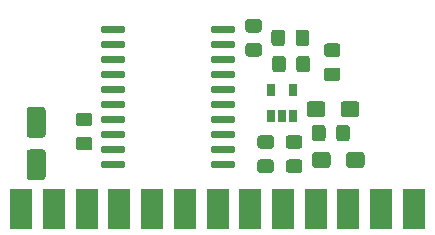
<source format=gbr>
%TF.GenerationSoftware,KiCad,Pcbnew,(5.1.6)-1*%
%TF.CreationDate,2020-07-31T08:50:18+01:00*%
%TF.ProjectId,open-amiga-sampler-smd,6f70656e-2d61-46d6-9967-612d73616d70,rev?*%
%TF.SameCoordinates,Original*%
%TF.FileFunction,Paste,Top*%
%TF.FilePolarity,Positive*%
%FSLAX46Y46*%
G04 Gerber Fmt 4.6, Leading zero omitted, Abs format (unit mm)*
G04 Created by KiCad (PCBNEW (5.1.6)-1) date 2020-07-31 08:50:18*
%MOMM*%
%LPD*%
G01*
G04 APERTURE LIST*
%ADD10R,1.846667X3.480000*%
%ADD11R,0.650000X1.060000*%
G04 APERTURE END LIST*
%TO.C,C4*%
G36*
G01*
X83481000Y-143010000D02*
X82381000Y-143010000D01*
G75*
G02*
X82131000Y-142760000I0J250000D01*
G01*
X82131000Y-140660000D01*
G75*
G02*
X82381000Y-140410000I250000J0D01*
G01*
X83481000Y-140410000D01*
G75*
G02*
X83731000Y-140660000I0J-250000D01*
G01*
X83731000Y-142760000D01*
G75*
G02*
X83481000Y-143010000I-250000J0D01*
G01*
G37*
G36*
G01*
X83481000Y-146610000D02*
X82381000Y-146610000D01*
G75*
G02*
X82131000Y-146360000I0J250000D01*
G01*
X82131000Y-144260000D01*
G75*
G02*
X82381000Y-144010000I250000J0D01*
G01*
X83481000Y-144010000D01*
G75*
G02*
X83731000Y-144260000I0J-250000D01*
G01*
X83731000Y-146360000D01*
G75*
G02*
X83481000Y-146610000I-250000J0D01*
G01*
G37*
%TD*%
%TO.C,C1*%
G36*
G01*
X108727000Y-141014001D02*
X108727000Y-140163999D01*
G75*
G02*
X108976999Y-139914000I249999J0D01*
G01*
X110052001Y-139914000D01*
G75*
G02*
X110302000Y-140163999I0J-249999D01*
G01*
X110302000Y-141014001D01*
G75*
G02*
X110052001Y-141264000I-249999J0D01*
G01*
X108976999Y-141264000D01*
G75*
G02*
X108727000Y-141014001I0J249999D01*
G01*
G37*
G36*
G01*
X105852000Y-141014001D02*
X105852000Y-140163999D01*
G75*
G02*
X106101999Y-139914000I249999J0D01*
G01*
X107177001Y-139914000D01*
G75*
G02*
X107427000Y-140163999I0J-249999D01*
G01*
X107427000Y-141014001D01*
G75*
G02*
X107177001Y-141264000I-249999J0D01*
G01*
X106101999Y-141264000D01*
G75*
G02*
X105852000Y-141014001I0J249999D01*
G01*
G37*
%TD*%
%TO.C,C2*%
G36*
G01*
X109171500Y-145332001D02*
X109171500Y-144481999D01*
G75*
G02*
X109421499Y-144232000I249999J0D01*
G01*
X110496501Y-144232000D01*
G75*
G02*
X110746500Y-144481999I0J-249999D01*
G01*
X110746500Y-145332001D01*
G75*
G02*
X110496501Y-145582000I-249999J0D01*
G01*
X109421499Y-145582000D01*
G75*
G02*
X109171500Y-145332001I0J249999D01*
G01*
G37*
G36*
G01*
X106296500Y-145332001D02*
X106296500Y-144481999D01*
G75*
G02*
X106546499Y-144232000I249999J0D01*
G01*
X107621501Y-144232000D01*
G75*
G02*
X107871500Y-144481999I0J-249999D01*
G01*
X107871500Y-145332001D01*
G75*
G02*
X107621501Y-145582000I-249999J0D01*
G01*
X106546499Y-145582000D01*
G75*
G02*
X106296500Y-145332001I0J249999D01*
G01*
G37*
%TD*%
%TO.C,C3*%
G36*
G01*
X100895999Y-135006500D02*
X101796001Y-135006500D01*
G75*
G02*
X102046000Y-135256499I0J-249999D01*
G01*
X102046000Y-135906501D01*
G75*
G02*
X101796001Y-136156500I-249999J0D01*
G01*
X100895999Y-136156500D01*
G75*
G02*
X100646000Y-135906501I0J249999D01*
G01*
X100646000Y-135256499D01*
G75*
G02*
X100895999Y-135006500I249999J0D01*
G01*
G37*
G36*
G01*
X100895999Y-132956500D02*
X101796001Y-132956500D01*
G75*
G02*
X102046000Y-133206499I0J-249999D01*
G01*
X102046000Y-133856501D01*
G75*
G02*
X101796001Y-134106500I-249999J0D01*
G01*
X100895999Y-134106500D01*
G75*
G02*
X100646000Y-133856501I0J249999D01*
G01*
X100646000Y-133206499D01*
G75*
G02*
X100895999Y-132956500I249999J0D01*
G01*
G37*
%TD*%
%TO.C,C5*%
G36*
G01*
X102921000Y-137229001D02*
X102921000Y-136328999D01*
G75*
G02*
X103170999Y-136079000I249999J0D01*
G01*
X103821001Y-136079000D01*
G75*
G02*
X104071000Y-136328999I0J-249999D01*
G01*
X104071000Y-137229001D01*
G75*
G02*
X103821001Y-137479000I-249999J0D01*
G01*
X103170999Y-137479000D01*
G75*
G02*
X102921000Y-137229001I0J249999D01*
G01*
G37*
G36*
G01*
X104971000Y-137229001D02*
X104971000Y-136328999D01*
G75*
G02*
X105220999Y-136079000I249999J0D01*
G01*
X105871001Y-136079000D01*
G75*
G02*
X106121000Y-136328999I0J-249999D01*
G01*
X106121000Y-137229001D01*
G75*
G02*
X105871001Y-137479000I-249999J0D01*
G01*
X105220999Y-137479000D01*
G75*
G02*
X104971000Y-137229001I0J249999D01*
G01*
G37*
%TD*%
D10*
%TO.C,J3*%
X81678000Y-149034500D03*
X84448000Y-149034500D03*
X87218000Y-149034500D03*
X89988000Y-149034500D03*
X92758000Y-149034500D03*
X95528000Y-149034500D03*
X98298000Y-149034500D03*
X101068000Y-149034500D03*
X103838000Y-149034500D03*
X106608000Y-149034500D03*
X109378000Y-149034500D03*
X112148000Y-149034500D03*
X114918000Y-149034500D03*
%TD*%
%TO.C,R1*%
G36*
G01*
X108450801Y-136176600D02*
X107550799Y-136176600D01*
G75*
G02*
X107300800Y-135926601I0J249999D01*
G01*
X107300800Y-135276599D01*
G75*
G02*
X107550799Y-135026600I249999J0D01*
G01*
X108450801Y-135026600D01*
G75*
G02*
X108700800Y-135276599I0J-249999D01*
G01*
X108700800Y-135926601D01*
G75*
G02*
X108450801Y-136176600I-249999J0D01*
G01*
G37*
G36*
G01*
X108450801Y-138226600D02*
X107550799Y-138226600D01*
G75*
G02*
X107300800Y-137976601I0J249999D01*
G01*
X107300800Y-137326599D01*
G75*
G02*
X107550799Y-137076600I249999J0D01*
G01*
X108450801Y-137076600D01*
G75*
G02*
X108700800Y-137326599I0J-249999D01*
G01*
X108700800Y-137976601D01*
G75*
G02*
X108450801Y-138226600I-249999J0D01*
G01*
G37*
%TD*%
%TO.C,R2*%
G36*
G01*
X106057500Y-134106499D02*
X106057500Y-135006501D01*
G75*
G02*
X105807501Y-135256500I-249999J0D01*
G01*
X105157499Y-135256500D01*
G75*
G02*
X104907500Y-135006501I0J249999D01*
G01*
X104907500Y-134106499D01*
G75*
G02*
X105157499Y-133856500I249999J0D01*
G01*
X105807501Y-133856500D01*
G75*
G02*
X106057500Y-134106499I0J-249999D01*
G01*
G37*
G36*
G01*
X104007500Y-134106499D02*
X104007500Y-135006501D01*
G75*
G02*
X103757501Y-135256500I-249999J0D01*
G01*
X103107499Y-135256500D01*
G75*
G02*
X102857500Y-135006501I0J249999D01*
G01*
X102857500Y-134106499D01*
G75*
G02*
X103107499Y-133856500I249999J0D01*
G01*
X103757501Y-133856500D01*
G75*
G02*
X104007500Y-134106499I0J-249999D01*
G01*
G37*
%TD*%
%TO.C,R3*%
G36*
G01*
X86544999Y-142944000D02*
X87445001Y-142944000D01*
G75*
G02*
X87695000Y-143193999I0J-249999D01*
G01*
X87695000Y-143844001D01*
G75*
G02*
X87445001Y-144094000I-249999J0D01*
G01*
X86544999Y-144094000D01*
G75*
G02*
X86295000Y-143844001I0J249999D01*
G01*
X86295000Y-143193999D01*
G75*
G02*
X86544999Y-142944000I249999J0D01*
G01*
G37*
G36*
G01*
X86544999Y-140894000D02*
X87445001Y-140894000D01*
G75*
G02*
X87695000Y-141143999I0J-249999D01*
G01*
X87695000Y-141794001D01*
G75*
G02*
X87445001Y-142044000I-249999J0D01*
G01*
X86544999Y-142044000D01*
G75*
G02*
X86295000Y-141794001I0J249999D01*
G01*
X86295000Y-141143999D01*
G75*
G02*
X86544999Y-140894000I249999J0D01*
G01*
G37*
%TD*%
%TO.C,R4*%
G36*
G01*
X106286500Y-143071001D02*
X106286500Y-142170999D01*
G75*
G02*
X106536499Y-141921000I249999J0D01*
G01*
X107186501Y-141921000D01*
G75*
G02*
X107436500Y-142170999I0J-249999D01*
G01*
X107436500Y-143071001D01*
G75*
G02*
X107186501Y-143321000I-249999J0D01*
G01*
X106536499Y-143321000D01*
G75*
G02*
X106286500Y-143071001I0J249999D01*
G01*
G37*
G36*
G01*
X108336500Y-143071001D02*
X108336500Y-142170999D01*
G75*
G02*
X108586499Y-141921000I249999J0D01*
G01*
X109236501Y-141921000D01*
G75*
G02*
X109486500Y-142170999I0J-249999D01*
G01*
X109486500Y-143071001D01*
G75*
G02*
X109236501Y-143321000I-249999J0D01*
G01*
X108586499Y-143321000D01*
G75*
G02*
X108336500Y-143071001I0J249999D01*
G01*
G37*
%TD*%
%TO.C,R5*%
G36*
G01*
X101911999Y-144849000D02*
X102812001Y-144849000D01*
G75*
G02*
X103062000Y-145098999I0J-249999D01*
G01*
X103062000Y-145749001D01*
G75*
G02*
X102812001Y-145999000I-249999J0D01*
G01*
X101911999Y-145999000D01*
G75*
G02*
X101662000Y-145749001I0J249999D01*
G01*
X101662000Y-145098999D01*
G75*
G02*
X101911999Y-144849000I249999J0D01*
G01*
G37*
G36*
G01*
X101911999Y-142799000D02*
X102812001Y-142799000D01*
G75*
G02*
X103062000Y-143048999I0J-249999D01*
G01*
X103062000Y-143699001D01*
G75*
G02*
X102812001Y-143949000I-249999J0D01*
G01*
X101911999Y-143949000D01*
G75*
G02*
X101662000Y-143699001I0J249999D01*
G01*
X101662000Y-143048999D01*
G75*
G02*
X101911999Y-142799000I249999J0D01*
G01*
G37*
%TD*%
%TO.C,R6*%
G36*
G01*
X105225001Y-145999000D02*
X104324999Y-145999000D01*
G75*
G02*
X104075000Y-145749001I0J249999D01*
G01*
X104075000Y-145098999D01*
G75*
G02*
X104324999Y-144849000I249999J0D01*
G01*
X105225001Y-144849000D01*
G75*
G02*
X105475000Y-145098999I0J-249999D01*
G01*
X105475000Y-145749001D01*
G75*
G02*
X105225001Y-145999000I-249999J0D01*
G01*
G37*
G36*
G01*
X105225001Y-143949000D02*
X104324999Y-143949000D01*
G75*
G02*
X104075000Y-143699001I0J249999D01*
G01*
X104075000Y-143048999D01*
G75*
G02*
X104324999Y-142799000I249999J0D01*
G01*
X105225001Y-142799000D01*
G75*
G02*
X105475000Y-143048999I0J-249999D01*
G01*
X105475000Y-143699001D01*
G75*
G02*
X105225001Y-143949000I-249999J0D01*
G01*
G37*
%TD*%
%TO.C,U1*%
G36*
G01*
X88432000Y-134008000D02*
X88432000Y-133708000D01*
G75*
G02*
X88582000Y-133558000I150000J0D01*
G01*
X90332000Y-133558000D01*
G75*
G02*
X90482000Y-133708000I0J-150000D01*
G01*
X90482000Y-134008000D01*
G75*
G02*
X90332000Y-134158000I-150000J0D01*
G01*
X88582000Y-134158000D01*
G75*
G02*
X88432000Y-134008000I0J150000D01*
G01*
G37*
G36*
G01*
X88432000Y-135278000D02*
X88432000Y-134978000D01*
G75*
G02*
X88582000Y-134828000I150000J0D01*
G01*
X90332000Y-134828000D01*
G75*
G02*
X90482000Y-134978000I0J-150000D01*
G01*
X90482000Y-135278000D01*
G75*
G02*
X90332000Y-135428000I-150000J0D01*
G01*
X88582000Y-135428000D01*
G75*
G02*
X88432000Y-135278000I0J150000D01*
G01*
G37*
G36*
G01*
X88432000Y-136548000D02*
X88432000Y-136248000D01*
G75*
G02*
X88582000Y-136098000I150000J0D01*
G01*
X90332000Y-136098000D01*
G75*
G02*
X90482000Y-136248000I0J-150000D01*
G01*
X90482000Y-136548000D01*
G75*
G02*
X90332000Y-136698000I-150000J0D01*
G01*
X88582000Y-136698000D01*
G75*
G02*
X88432000Y-136548000I0J150000D01*
G01*
G37*
G36*
G01*
X88432000Y-137818000D02*
X88432000Y-137518000D01*
G75*
G02*
X88582000Y-137368000I150000J0D01*
G01*
X90332000Y-137368000D01*
G75*
G02*
X90482000Y-137518000I0J-150000D01*
G01*
X90482000Y-137818000D01*
G75*
G02*
X90332000Y-137968000I-150000J0D01*
G01*
X88582000Y-137968000D01*
G75*
G02*
X88432000Y-137818000I0J150000D01*
G01*
G37*
G36*
G01*
X88432000Y-139088000D02*
X88432000Y-138788000D01*
G75*
G02*
X88582000Y-138638000I150000J0D01*
G01*
X90332000Y-138638000D01*
G75*
G02*
X90482000Y-138788000I0J-150000D01*
G01*
X90482000Y-139088000D01*
G75*
G02*
X90332000Y-139238000I-150000J0D01*
G01*
X88582000Y-139238000D01*
G75*
G02*
X88432000Y-139088000I0J150000D01*
G01*
G37*
G36*
G01*
X88432000Y-140358000D02*
X88432000Y-140058000D01*
G75*
G02*
X88582000Y-139908000I150000J0D01*
G01*
X90332000Y-139908000D01*
G75*
G02*
X90482000Y-140058000I0J-150000D01*
G01*
X90482000Y-140358000D01*
G75*
G02*
X90332000Y-140508000I-150000J0D01*
G01*
X88582000Y-140508000D01*
G75*
G02*
X88432000Y-140358000I0J150000D01*
G01*
G37*
G36*
G01*
X88432000Y-141628000D02*
X88432000Y-141328000D01*
G75*
G02*
X88582000Y-141178000I150000J0D01*
G01*
X90332000Y-141178000D01*
G75*
G02*
X90482000Y-141328000I0J-150000D01*
G01*
X90482000Y-141628000D01*
G75*
G02*
X90332000Y-141778000I-150000J0D01*
G01*
X88582000Y-141778000D01*
G75*
G02*
X88432000Y-141628000I0J150000D01*
G01*
G37*
G36*
G01*
X88432000Y-142898000D02*
X88432000Y-142598000D01*
G75*
G02*
X88582000Y-142448000I150000J0D01*
G01*
X90332000Y-142448000D01*
G75*
G02*
X90482000Y-142598000I0J-150000D01*
G01*
X90482000Y-142898000D01*
G75*
G02*
X90332000Y-143048000I-150000J0D01*
G01*
X88582000Y-143048000D01*
G75*
G02*
X88432000Y-142898000I0J150000D01*
G01*
G37*
G36*
G01*
X88432000Y-144168000D02*
X88432000Y-143868000D01*
G75*
G02*
X88582000Y-143718000I150000J0D01*
G01*
X90332000Y-143718000D01*
G75*
G02*
X90482000Y-143868000I0J-150000D01*
G01*
X90482000Y-144168000D01*
G75*
G02*
X90332000Y-144318000I-150000J0D01*
G01*
X88582000Y-144318000D01*
G75*
G02*
X88432000Y-144168000I0J150000D01*
G01*
G37*
G36*
G01*
X88432000Y-145438000D02*
X88432000Y-145138000D01*
G75*
G02*
X88582000Y-144988000I150000J0D01*
G01*
X90332000Y-144988000D01*
G75*
G02*
X90482000Y-145138000I0J-150000D01*
G01*
X90482000Y-145438000D01*
G75*
G02*
X90332000Y-145588000I-150000J0D01*
G01*
X88582000Y-145588000D01*
G75*
G02*
X88432000Y-145438000I0J150000D01*
G01*
G37*
G36*
G01*
X97732000Y-145438000D02*
X97732000Y-145138000D01*
G75*
G02*
X97882000Y-144988000I150000J0D01*
G01*
X99632000Y-144988000D01*
G75*
G02*
X99782000Y-145138000I0J-150000D01*
G01*
X99782000Y-145438000D01*
G75*
G02*
X99632000Y-145588000I-150000J0D01*
G01*
X97882000Y-145588000D01*
G75*
G02*
X97732000Y-145438000I0J150000D01*
G01*
G37*
G36*
G01*
X97732000Y-144168000D02*
X97732000Y-143868000D01*
G75*
G02*
X97882000Y-143718000I150000J0D01*
G01*
X99632000Y-143718000D01*
G75*
G02*
X99782000Y-143868000I0J-150000D01*
G01*
X99782000Y-144168000D01*
G75*
G02*
X99632000Y-144318000I-150000J0D01*
G01*
X97882000Y-144318000D01*
G75*
G02*
X97732000Y-144168000I0J150000D01*
G01*
G37*
G36*
G01*
X97732000Y-142898000D02*
X97732000Y-142598000D01*
G75*
G02*
X97882000Y-142448000I150000J0D01*
G01*
X99632000Y-142448000D01*
G75*
G02*
X99782000Y-142598000I0J-150000D01*
G01*
X99782000Y-142898000D01*
G75*
G02*
X99632000Y-143048000I-150000J0D01*
G01*
X97882000Y-143048000D01*
G75*
G02*
X97732000Y-142898000I0J150000D01*
G01*
G37*
G36*
G01*
X97732000Y-141628000D02*
X97732000Y-141328000D01*
G75*
G02*
X97882000Y-141178000I150000J0D01*
G01*
X99632000Y-141178000D01*
G75*
G02*
X99782000Y-141328000I0J-150000D01*
G01*
X99782000Y-141628000D01*
G75*
G02*
X99632000Y-141778000I-150000J0D01*
G01*
X97882000Y-141778000D01*
G75*
G02*
X97732000Y-141628000I0J150000D01*
G01*
G37*
G36*
G01*
X97732000Y-140358000D02*
X97732000Y-140058000D01*
G75*
G02*
X97882000Y-139908000I150000J0D01*
G01*
X99632000Y-139908000D01*
G75*
G02*
X99782000Y-140058000I0J-150000D01*
G01*
X99782000Y-140358000D01*
G75*
G02*
X99632000Y-140508000I-150000J0D01*
G01*
X97882000Y-140508000D01*
G75*
G02*
X97732000Y-140358000I0J150000D01*
G01*
G37*
G36*
G01*
X97732000Y-139088000D02*
X97732000Y-138788000D01*
G75*
G02*
X97882000Y-138638000I150000J0D01*
G01*
X99632000Y-138638000D01*
G75*
G02*
X99782000Y-138788000I0J-150000D01*
G01*
X99782000Y-139088000D01*
G75*
G02*
X99632000Y-139238000I-150000J0D01*
G01*
X97882000Y-139238000D01*
G75*
G02*
X97732000Y-139088000I0J150000D01*
G01*
G37*
G36*
G01*
X97732000Y-137818000D02*
X97732000Y-137518000D01*
G75*
G02*
X97882000Y-137368000I150000J0D01*
G01*
X99632000Y-137368000D01*
G75*
G02*
X99782000Y-137518000I0J-150000D01*
G01*
X99782000Y-137818000D01*
G75*
G02*
X99632000Y-137968000I-150000J0D01*
G01*
X97882000Y-137968000D01*
G75*
G02*
X97732000Y-137818000I0J150000D01*
G01*
G37*
G36*
G01*
X97732000Y-136548000D02*
X97732000Y-136248000D01*
G75*
G02*
X97882000Y-136098000I150000J0D01*
G01*
X99632000Y-136098000D01*
G75*
G02*
X99782000Y-136248000I0J-150000D01*
G01*
X99782000Y-136548000D01*
G75*
G02*
X99632000Y-136698000I-150000J0D01*
G01*
X97882000Y-136698000D01*
G75*
G02*
X97732000Y-136548000I0J150000D01*
G01*
G37*
G36*
G01*
X97732000Y-135278000D02*
X97732000Y-134978000D01*
G75*
G02*
X97882000Y-134828000I150000J0D01*
G01*
X99632000Y-134828000D01*
G75*
G02*
X99782000Y-134978000I0J-150000D01*
G01*
X99782000Y-135278000D01*
G75*
G02*
X99632000Y-135428000I-150000J0D01*
G01*
X97882000Y-135428000D01*
G75*
G02*
X97732000Y-135278000I0J150000D01*
G01*
G37*
G36*
G01*
X97732000Y-134008000D02*
X97732000Y-133708000D01*
G75*
G02*
X97882000Y-133558000I150000J0D01*
G01*
X99632000Y-133558000D01*
G75*
G02*
X99782000Y-133708000I0J-150000D01*
G01*
X99782000Y-134008000D01*
G75*
G02*
X99632000Y-134158000I-150000J0D01*
G01*
X97882000Y-134158000D01*
G75*
G02*
X97732000Y-134008000I0J150000D01*
G01*
G37*
%TD*%
D11*
%TO.C,U2*%
X102809000Y-141181000D03*
X103759000Y-141181000D03*
X104709000Y-141181000D03*
X104709000Y-138981000D03*
X102809000Y-138981000D03*
%TD*%
M02*

</source>
